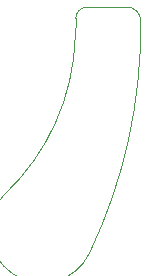
<source format=gbr>
G04 #@! TF.GenerationSoftware,KiCad,Pcbnew,7.0.10-7.0.10~ubuntu20.04.1*
G04 #@! TF.CreationDate,2024-01-02T22:15:02+00:00*
G04 #@! TF.ProjectId,yote,796f7465-2e6b-4696-9361-645f70636258,rev?*
G04 #@! TF.SameCoordinates,Original*
G04 #@! TF.FileFunction,Profile,NP*
%FSLAX46Y46*%
G04 Gerber Fmt 4.6, Leading zero omitted, Abs format (unit mm)*
G04 Created by KiCad (PCBNEW 7.0.10-7.0.10~ubuntu20.04.1) date 2024-01-02 22:15:02*
%MOMM*%
%LPD*%
G01*
G04 APERTURE LIST*
G04 #@! TA.AperFunction,Profile*
%ADD10C,0.100000*%
G04 #@! TD*
G04 APERTURE END LIST*
D10*
X22977817Y39815695D02*
G75*
G03*
X29007070Y53220082I-13082217J13942505D01*
G01*
X29985113Y55704760D02*
G75*
G03*
X29045772Y54754046I11387J-950660D01*
G01*
X33273175Y55704760D02*
X29985113Y55704760D01*
X34549172Y54451278D02*
G75*
G03*
X33273175Y55704759I-1152672J102822D01*
G01*
X30225600Y34918161D02*
G75*
G03*
X34549173Y54451278I-39960000J19090039D01*
G01*
X29007070Y53220082D02*
X29045772Y54754046D01*
X22977818Y39815695D02*
G75*
G03*
X30225616Y34918152I3232812J-3027535D01*
G01*
M02*

</source>
